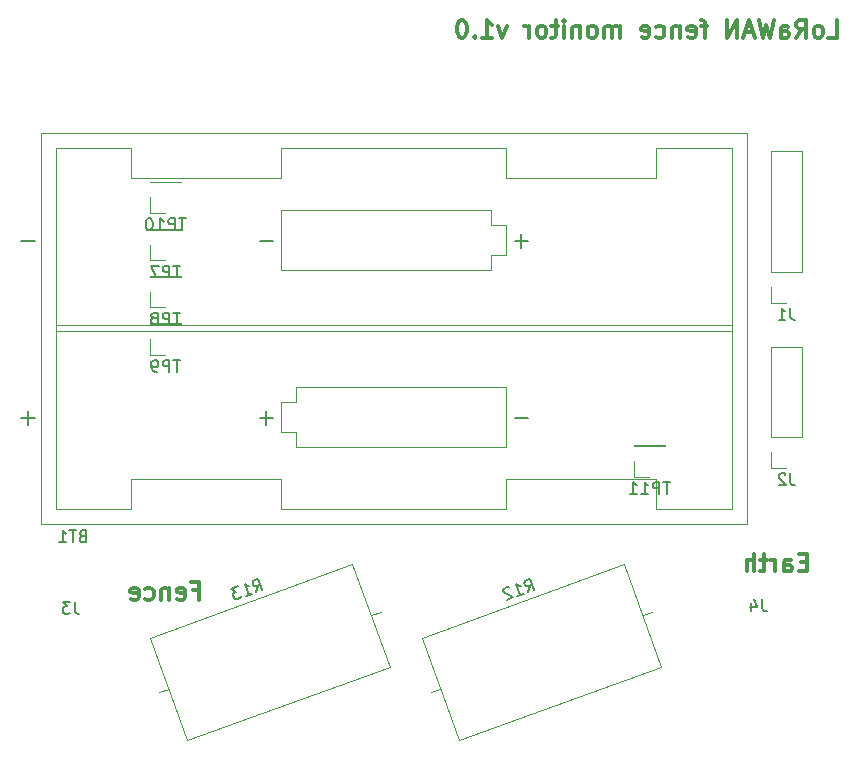
<source format=gbr>
G04 #@! TF.GenerationSoftware,KiCad,Pcbnew,5.1.5*
G04 #@! TF.CreationDate,2020-02-13T13:25:46+01:00*
G04 #@! TF.ProjectId,lora_fence_monitor,6c6f7261-5f66-4656-9e63-655f6d6f6e69,rev?*
G04 #@! TF.SameCoordinates,Original*
G04 #@! TF.FileFunction,Legend,Bot*
G04 #@! TF.FilePolarity,Positive*
%FSLAX46Y46*%
G04 Gerber Fmt 4.6, Leading zero omitted, Abs format (unit mm)*
G04 Created by KiCad (PCBNEW 5.1.5) date 2020-02-13 13:25:46*
%MOMM*%
%LPD*%
G04 APERTURE LIST*
%ADD10C,0.300000*%
%ADD11C,0.120000*%
%ADD12C,0.150000*%
G04 APERTURE END LIST*
D10*
X87792857Y-111692857D02*
X88292857Y-111692857D01*
X88292857Y-112478571D02*
X88292857Y-110978571D01*
X87578571Y-110978571D01*
X86435714Y-112407142D02*
X86578571Y-112478571D01*
X86864285Y-112478571D01*
X87007142Y-112407142D01*
X87078571Y-112264285D01*
X87078571Y-111692857D01*
X87007142Y-111550000D01*
X86864285Y-111478571D01*
X86578571Y-111478571D01*
X86435714Y-111550000D01*
X86364285Y-111692857D01*
X86364285Y-111835714D01*
X87078571Y-111978571D01*
X85721428Y-111478571D02*
X85721428Y-112478571D01*
X85721428Y-111621428D02*
X85650000Y-111550000D01*
X85507142Y-111478571D01*
X85292857Y-111478571D01*
X85150000Y-111550000D01*
X85078571Y-111692857D01*
X85078571Y-112478571D01*
X83721428Y-112407142D02*
X83864285Y-112478571D01*
X84150000Y-112478571D01*
X84292857Y-112407142D01*
X84364285Y-112335714D01*
X84435714Y-112192857D01*
X84435714Y-111764285D01*
X84364285Y-111621428D01*
X84292857Y-111550000D01*
X84150000Y-111478571D01*
X83864285Y-111478571D01*
X83721428Y-111550000D01*
X82507142Y-112407142D02*
X82650000Y-112478571D01*
X82935714Y-112478571D01*
X83078571Y-112407142D01*
X83150000Y-112264285D01*
X83150000Y-111692857D01*
X83078571Y-111550000D01*
X82935714Y-111478571D01*
X82650000Y-111478571D01*
X82507142Y-111550000D01*
X82435714Y-111692857D01*
X82435714Y-111835714D01*
X83150000Y-111978571D01*
X139771428Y-109292857D02*
X139271428Y-109292857D01*
X139057142Y-110078571D02*
X139771428Y-110078571D01*
X139771428Y-108578571D01*
X139057142Y-108578571D01*
X137771428Y-110078571D02*
X137771428Y-109292857D01*
X137842857Y-109150000D01*
X137985714Y-109078571D01*
X138271428Y-109078571D01*
X138414285Y-109150000D01*
X137771428Y-110007142D02*
X137914285Y-110078571D01*
X138271428Y-110078571D01*
X138414285Y-110007142D01*
X138485714Y-109864285D01*
X138485714Y-109721428D01*
X138414285Y-109578571D01*
X138271428Y-109507142D01*
X137914285Y-109507142D01*
X137771428Y-109435714D01*
X137057142Y-110078571D02*
X137057142Y-109078571D01*
X137057142Y-109364285D02*
X136985714Y-109221428D01*
X136914285Y-109150000D01*
X136771428Y-109078571D01*
X136628571Y-109078571D01*
X136342857Y-109078571D02*
X135771428Y-109078571D01*
X136128571Y-108578571D02*
X136128571Y-109864285D01*
X136057142Y-110007142D01*
X135914285Y-110078571D01*
X135771428Y-110078571D01*
X135271428Y-110078571D02*
X135271428Y-108578571D01*
X134628571Y-110078571D02*
X134628571Y-109292857D01*
X134700000Y-109150000D01*
X134842857Y-109078571D01*
X135057142Y-109078571D01*
X135200000Y-109150000D01*
X135271428Y-109221428D01*
X141521428Y-64878571D02*
X142235714Y-64878571D01*
X142235714Y-63378571D01*
X140807142Y-64878571D02*
X140950000Y-64807142D01*
X141021428Y-64735714D01*
X141092857Y-64592857D01*
X141092857Y-64164285D01*
X141021428Y-64021428D01*
X140950000Y-63950000D01*
X140807142Y-63878571D01*
X140592857Y-63878571D01*
X140450000Y-63950000D01*
X140378571Y-64021428D01*
X140307142Y-64164285D01*
X140307142Y-64592857D01*
X140378571Y-64735714D01*
X140450000Y-64807142D01*
X140592857Y-64878571D01*
X140807142Y-64878571D01*
X138807142Y-64878571D02*
X139307142Y-64164285D01*
X139664285Y-64878571D02*
X139664285Y-63378571D01*
X139092857Y-63378571D01*
X138950000Y-63450000D01*
X138878571Y-63521428D01*
X138807142Y-63664285D01*
X138807142Y-63878571D01*
X138878571Y-64021428D01*
X138950000Y-64092857D01*
X139092857Y-64164285D01*
X139664285Y-64164285D01*
X137521428Y-64878571D02*
X137521428Y-64092857D01*
X137592857Y-63950000D01*
X137735714Y-63878571D01*
X138021428Y-63878571D01*
X138164285Y-63950000D01*
X137521428Y-64807142D02*
X137664285Y-64878571D01*
X138021428Y-64878571D01*
X138164285Y-64807142D01*
X138235714Y-64664285D01*
X138235714Y-64521428D01*
X138164285Y-64378571D01*
X138021428Y-64307142D01*
X137664285Y-64307142D01*
X137521428Y-64235714D01*
X136950000Y-63378571D02*
X136592857Y-64878571D01*
X136307142Y-63807142D01*
X136021428Y-64878571D01*
X135664285Y-63378571D01*
X135164285Y-64450000D02*
X134450000Y-64450000D01*
X135307142Y-64878571D02*
X134807142Y-63378571D01*
X134307142Y-64878571D01*
X133807142Y-64878571D02*
X133807142Y-63378571D01*
X132950000Y-64878571D01*
X132950000Y-63378571D01*
X131307142Y-63878571D02*
X130735714Y-63878571D01*
X131092857Y-64878571D02*
X131092857Y-63592857D01*
X131021428Y-63450000D01*
X130878571Y-63378571D01*
X130735714Y-63378571D01*
X129664285Y-64807142D02*
X129807142Y-64878571D01*
X130092857Y-64878571D01*
X130235714Y-64807142D01*
X130307142Y-64664285D01*
X130307142Y-64092857D01*
X130235714Y-63950000D01*
X130092857Y-63878571D01*
X129807142Y-63878571D01*
X129664285Y-63950000D01*
X129592857Y-64092857D01*
X129592857Y-64235714D01*
X130307142Y-64378571D01*
X128950000Y-63878571D02*
X128950000Y-64878571D01*
X128950000Y-64021428D02*
X128878571Y-63950000D01*
X128735714Y-63878571D01*
X128521428Y-63878571D01*
X128378571Y-63950000D01*
X128307142Y-64092857D01*
X128307142Y-64878571D01*
X126950000Y-64807142D02*
X127092857Y-64878571D01*
X127378571Y-64878571D01*
X127521428Y-64807142D01*
X127592857Y-64735714D01*
X127664285Y-64592857D01*
X127664285Y-64164285D01*
X127592857Y-64021428D01*
X127521428Y-63950000D01*
X127378571Y-63878571D01*
X127092857Y-63878571D01*
X126950000Y-63950000D01*
X125735714Y-64807142D02*
X125878571Y-64878571D01*
X126164285Y-64878571D01*
X126307142Y-64807142D01*
X126378571Y-64664285D01*
X126378571Y-64092857D01*
X126307142Y-63950000D01*
X126164285Y-63878571D01*
X125878571Y-63878571D01*
X125735714Y-63950000D01*
X125664285Y-64092857D01*
X125664285Y-64235714D01*
X126378571Y-64378571D01*
X123878571Y-64878571D02*
X123878571Y-63878571D01*
X123878571Y-64021428D02*
X123807142Y-63950000D01*
X123664285Y-63878571D01*
X123450000Y-63878571D01*
X123307142Y-63950000D01*
X123235714Y-64092857D01*
X123235714Y-64878571D01*
X123235714Y-64092857D02*
X123164285Y-63950000D01*
X123021428Y-63878571D01*
X122807142Y-63878571D01*
X122664285Y-63950000D01*
X122592857Y-64092857D01*
X122592857Y-64878571D01*
X121664285Y-64878571D02*
X121807142Y-64807142D01*
X121878571Y-64735714D01*
X121950000Y-64592857D01*
X121950000Y-64164285D01*
X121878571Y-64021428D01*
X121807142Y-63950000D01*
X121664285Y-63878571D01*
X121450000Y-63878571D01*
X121307142Y-63950000D01*
X121235714Y-64021428D01*
X121164285Y-64164285D01*
X121164285Y-64592857D01*
X121235714Y-64735714D01*
X121307142Y-64807142D01*
X121450000Y-64878571D01*
X121664285Y-64878571D01*
X120521428Y-63878571D02*
X120521428Y-64878571D01*
X120521428Y-64021428D02*
X120450000Y-63950000D01*
X120307142Y-63878571D01*
X120092857Y-63878571D01*
X119950000Y-63950000D01*
X119878571Y-64092857D01*
X119878571Y-64878571D01*
X119164285Y-64878571D02*
X119164285Y-63878571D01*
X119164285Y-63378571D02*
X119235714Y-63450000D01*
X119164285Y-63521428D01*
X119092857Y-63450000D01*
X119164285Y-63378571D01*
X119164285Y-63521428D01*
X118664285Y-63878571D02*
X118092857Y-63878571D01*
X118450000Y-63378571D02*
X118450000Y-64664285D01*
X118378571Y-64807142D01*
X118235714Y-64878571D01*
X118092857Y-64878571D01*
X117378571Y-64878571D02*
X117521428Y-64807142D01*
X117592857Y-64735714D01*
X117664285Y-64592857D01*
X117664285Y-64164285D01*
X117592857Y-64021428D01*
X117521428Y-63950000D01*
X117378571Y-63878571D01*
X117164285Y-63878571D01*
X117021428Y-63950000D01*
X116950000Y-64021428D01*
X116878571Y-64164285D01*
X116878571Y-64592857D01*
X116950000Y-64735714D01*
X117021428Y-64807142D01*
X117164285Y-64878571D01*
X117378571Y-64878571D01*
X116235714Y-64878571D02*
X116235714Y-63878571D01*
X116235714Y-64164285D02*
X116164285Y-64021428D01*
X116092857Y-63950000D01*
X115950000Y-63878571D01*
X115807142Y-63878571D01*
X114307142Y-63878571D02*
X113950000Y-64878571D01*
X113592857Y-63878571D01*
X112235714Y-64878571D02*
X113092857Y-64878571D01*
X112664285Y-64878571D02*
X112664285Y-63378571D01*
X112807142Y-63592857D01*
X112950000Y-63735714D01*
X113092857Y-63807142D01*
X111592857Y-64735714D02*
X111521428Y-64807142D01*
X111592857Y-64878571D01*
X111664285Y-64807142D01*
X111592857Y-64735714D01*
X111592857Y-64878571D01*
X110592857Y-63378571D02*
X110450000Y-63378571D01*
X110307142Y-63450000D01*
X110235714Y-63521428D01*
X110164285Y-63664285D01*
X110092857Y-63950000D01*
X110092857Y-64307142D01*
X110164285Y-64592857D01*
X110235714Y-64735714D01*
X110307142Y-64807142D01*
X110450000Y-64878571D01*
X110592857Y-64878571D01*
X110735714Y-64807142D01*
X110807142Y-64735714D01*
X110878571Y-64592857D01*
X110950000Y-64307142D01*
X110950000Y-63950000D01*
X110878571Y-63664285D01*
X110807142Y-63521428D01*
X110735714Y-63450000D01*
X110592857Y-63378571D01*
D11*
X125070000Y-102055000D02*
X126400000Y-102055000D01*
X125070000Y-100725000D02*
X125070000Y-102055000D01*
X125070000Y-99455000D02*
X127730000Y-99455000D01*
X127730000Y-99455000D02*
X127730000Y-99395000D01*
X125070000Y-99455000D02*
X125070000Y-99395000D01*
X125070000Y-99395000D02*
X127730000Y-99395000D01*
X84070000Y-79730000D02*
X85400000Y-79730000D01*
X84070000Y-78400000D02*
X84070000Y-79730000D01*
X84070000Y-77130000D02*
X86730000Y-77130000D01*
X86730000Y-77130000D02*
X86730000Y-77070000D01*
X84070000Y-77130000D02*
X84070000Y-77070000D01*
X84070000Y-77070000D02*
X86730000Y-77070000D01*
X84070000Y-91730000D02*
X85400000Y-91730000D01*
X84070000Y-90400000D02*
X84070000Y-91730000D01*
X84070000Y-89130000D02*
X86730000Y-89130000D01*
X86730000Y-89130000D02*
X86730000Y-89070000D01*
X84070000Y-89130000D02*
X84070000Y-89070000D01*
X84070000Y-89070000D02*
X86730000Y-89070000D01*
X84070000Y-87730000D02*
X85400000Y-87730000D01*
X84070000Y-86400000D02*
X84070000Y-87730000D01*
X84070000Y-85130000D02*
X86730000Y-85130000D01*
X86730000Y-85130000D02*
X86730000Y-85070000D01*
X84070000Y-85130000D02*
X84070000Y-85070000D01*
X84070000Y-85070000D02*
X86730000Y-85070000D01*
X84070000Y-83730000D02*
X85400000Y-83730000D01*
X84070000Y-82400000D02*
X84070000Y-83730000D01*
X84070000Y-81130000D02*
X86730000Y-81130000D01*
X86730000Y-81130000D02*
X86730000Y-81070000D01*
X84070000Y-81130000D02*
X84070000Y-81070000D01*
X84070000Y-81070000D02*
X86730000Y-81070000D01*
X134620000Y-72945000D02*
X134620000Y-106065000D01*
X74910000Y-72945000D02*
X134620000Y-72945000D01*
X74910000Y-106065000D02*
X74910000Y-72945000D01*
X134620000Y-106065000D02*
X74910000Y-106065000D01*
X95225000Y-79470000D02*
X95225000Y-84550000D01*
X95225000Y-84550000D02*
X113005000Y-84550000D01*
X113005000Y-84550000D02*
X113005000Y-83280000D01*
X113005000Y-83280000D02*
X114275000Y-83280000D01*
X114275000Y-83280000D02*
X114275000Y-80740000D01*
X114275000Y-80740000D02*
X113005000Y-80740000D01*
X113005000Y-80740000D02*
X113005000Y-79470000D01*
X113005000Y-79470000D02*
X95225000Y-79470000D01*
X114275000Y-98270000D02*
X114275000Y-94460000D01*
X114275000Y-94460000D02*
X96495000Y-94460000D01*
X96495000Y-94460000D02*
X96495000Y-95730000D01*
X96495000Y-95730000D02*
X95225000Y-95730000D01*
X95225000Y-95730000D02*
X95225000Y-98270000D01*
X95225000Y-98270000D02*
X96495000Y-98270000D01*
X96495000Y-98270000D02*
X96495000Y-99540000D01*
X96495000Y-99540000D02*
X114275000Y-99540000D01*
X114275000Y-99540000D02*
X114275000Y-98270000D01*
X76180000Y-89759000D02*
X133350000Y-89759000D01*
X133350000Y-89251000D02*
X76180000Y-89251000D01*
X95225000Y-76755000D02*
X95225000Y-74215000D01*
X95225000Y-74215000D02*
X114275000Y-74215000D01*
X114275000Y-74215000D02*
X114275000Y-76755000D01*
X126975000Y-102255000D02*
X114275000Y-102255000D01*
X114275000Y-102255000D02*
X114275000Y-104795000D01*
X114275000Y-104795000D02*
X95225000Y-104795000D01*
X95225000Y-104795000D02*
X95225000Y-102255000D01*
X126975000Y-76755000D02*
X114275000Y-76755000D01*
X82525000Y-102255000D02*
X95225000Y-102255000D01*
X82525000Y-102255000D02*
X82525000Y-104795000D01*
X82525000Y-104795000D02*
X76180000Y-104795000D01*
X76180000Y-104795000D02*
X76180000Y-74215000D01*
X76180000Y-74215000D02*
X82525000Y-74215000D01*
X82525000Y-74215000D02*
X82525000Y-76755000D01*
X82525000Y-76755000D02*
X95225000Y-76755000D01*
X133350000Y-104795000D02*
X126975000Y-104795000D01*
X126975000Y-104795000D02*
X126975000Y-102255000D01*
X133350000Y-104795000D02*
X133350000Y-74215000D01*
X133350000Y-74215000D02*
X126975000Y-74215000D01*
X126975000Y-74215000D02*
X126975000Y-76755000D01*
X136670000Y-74510000D02*
X139330000Y-74510000D01*
X136670000Y-84730000D02*
X136670000Y-74510000D01*
X139330000Y-84730000D02*
X139330000Y-74510000D01*
X136670000Y-84730000D02*
X139330000Y-84730000D01*
X136670000Y-86000000D02*
X136670000Y-87330000D01*
X136670000Y-87330000D02*
X138000000Y-87330000D01*
X136670000Y-91050000D02*
X139330000Y-91050000D01*
X136670000Y-98730000D02*
X136670000Y-91050000D01*
X139330000Y-98730000D02*
X139330000Y-91050000D01*
X136670000Y-98730000D02*
X139330000Y-98730000D01*
X136670000Y-100000000D02*
X136670000Y-101330000D01*
X136670000Y-101330000D02*
X138000000Y-101330000D01*
X124249177Y-109448687D02*
X127409443Y-118131446D01*
X127409443Y-118131446D02*
X110269450Y-124369894D01*
X110269450Y-124369894D02*
X107109184Y-115687134D01*
X107109184Y-115687134D02*
X124249177Y-109448687D01*
X126646843Y-113492509D02*
X125829310Y-113790067D01*
X107871784Y-120326071D02*
X108689317Y-120028514D01*
X84871784Y-120326071D02*
X85689317Y-120028514D01*
X103646843Y-113492509D02*
X102829310Y-113790067D01*
X84109184Y-115687134D02*
X101249177Y-109448687D01*
X87269450Y-124369894D02*
X84109184Y-115687134D01*
X104409443Y-118131446D02*
X87269450Y-124369894D01*
X101249177Y-109448687D02*
X104409443Y-118131446D01*
D12*
X135933333Y-112452380D02*
X135933333Y-113166666D01*
X135980952Y-113309523D01*
X136076190Y-113404761D01*
X136219047Y-113452380D01*
X136314285Y-113452380D01*
X135028571Y-112785714D02*
X135028571Y-113452380D01*
X135266666Y-112404761D02*
X135504761Y-113119047D01*
X134885714Y-113119047D01*
X77733333Y-112652380D02*
X77733333Y-113366666D01*
X77780952Y-113509523D01*
X77876190Y-113604761D01*
X78019047Y-113652380D01*
X78114285Y-113652380D01*
X77352380Y-112652380D02*
X76733333Y-112652380D01*
X77066666Y-113033333D01*
X76923809Y-113033333D01*
X76828571Y-113080952D01*
X76780952Y-113128571D01*
X76733333Y-113223809D01*
X76733333Y-113461904D01*
X76780952Y-113557142D01*
X76828571Y-113604761D01*
X76923809Y-113652380D01*
X77209523Y-113652380D01*
X77304761Y-113604761D01*
X77352380Y-113557142D01*
X128138095Y-102507380D02*
X127566666Y-102507380D01*
X127852380Y-103507380D02*
X127852380Y-102507380D01*
X127233333Y-103507380D02*
X127233333Y-102507380D01*
X126852380Y-102507380D01*
X126757142Y-102555000D01*
X126709523Y-102602619D01*
X126661904Y-102697857D01*
X126661904Y-102840714D01*
X126709523Y-102935952D01*
X126757142Y-102983571D01*
X126852380Y-103031190D01*
X127233333Y-103031190D01*
X125709523Y-103507380D02*
X126280952Y-103507380D01*
X125995238Y-103507380D02*
X125995238Y-102507380D01*
X126090476Y-102650238D01*
X126185714Y-102745476D01*
X126280952Y-102793095D01*
X124757142Y-103507380D02*
X125328571Y-103507380D01*
X125042857Y-103507380D02*
X125042857Y-102507380D01*
X125138095Y-102650238D01*
X125233333Y-102745476D01*
X125328571Y-102793095D01*
X87138095Y-80182380D02*
X86566666Y-80182380D01*
X86852380Y-81182380D02*
X86852380Y-80182380D01*
X86233333Y-81182380D02*
X86233333Y-80182380D01*
X85852380Y-80182380D01*
X85757142Y-80230000D01*
X85709523Y-80277619D01*
X85661904Y-80372857D01*
X85661904Y-80515714D01*
X85709523Y-80610952D01*
X85757142Y-80658571D01*
X85852380Y-80706190D01*
X86233333Y-80706190D01*
X84709523Y-81182380D02*
X85280952Y-81182380D01*
X84995238Y-81182380D02*
X84995238Y-80182380D01*
X85090476Y-80325238D01*
X85185714Y-80420476D01*
X85280952Y-80468095D01*
X84090476Y-80182380D02*
X83995238Y-80182380D01*
X83900000Y-80230000D01*
X83852380Y-80277619D01*
X83804761Y-80372857D01*
X83757142Y-80563333D01*
X83757142Y-80801428D01*
X83804761Y-80991904D01*
X83852380Y-81087142D01*
X83900000Y-81134761D01*
X83995238Y-81182380D01*
X84090476Y-81182380D01*
X84185714Y-81134761D01*
X84233333Y-81087142D01*
X84280952Y-80991904D01*
X84328571Y-80801428D01*
X84328571Y-80563333D01*
X84280952Y-80372857D01*
X84233333Y-80277619D01*
X84185714Y-80230000D01*
X84090476Y-80182380D01*
X86661904Y-92182380D02*
X86090476Y-92182380D01*
X86376190Y-93182380D02*
X86376190Y-92182380D01*
X85757142Y-93182380D02*
X85757142Y-92182380D01*
X85376190Y-92182380D01*
X85280952Y-92230000D01*
X85233333Y-92277619D01*
X85185714Y-92372857D01*
X85185714Y-92515714D01*
X85233333Y-92610952D01*
X85280952Y-92658571D01*
X85376190Y-92706190D01*
X85757142Y-92706190D01*
X84709523Y-93182380D02*
X84519047Y-93182380D01*
X84423809Y-93134761D01*
X84376190Y-93087142D01*
X84280952Y-92944285D01*
X84233333Y-92753809D01*
X84233333Y-92372857D01*
X84280952Y-92277619D01*
X84328571Y-92230000D01*
X84423809Y-92182380D01*
X84614285Y-92182380D01*
X84709523Y-92230000D01*
X84757142Y-92277619D01*
X84804761Y-92372857D01*
X84804761Y-92610952D01*
X84757142Y-92706190D01*
X84709523Y-92753809D01*
X84614285Y-92801428D01*
X84423809Y-92801428D01*
X84328571Y-92753809D01*
X84280952Y-92706190D01*
X84233333Y-92610952D01*
X86661904Y-88182380D02*
X86090476Y-88182380D01*
X86376190Y-89182380D02*
X86376190Y-88182380D01*
X85757142Y-89182380D02*
X85757142Y-88182380D01*
X85376190Y-88182380D01*
X85280952Y-88230000D01*
X85233333Y-88277619D01*
X85185714Y-88372857D01*
X85185714Y-88515714D01*
X85233333Y-88610952D01*
X85280952Y-88658571D01*
X85376190Y-88706190D01*
X85757142Y-88706190D01*
X84614285Y-88610952D02*
X84709523Y-88563333D01*
X84757142Y-88515714D01*
X84804761Y-88420476D01*
X84804761Y-88372857D01*
X84757142Y-88277619D01*
X84709523Y-88230000D01*
X84614285Y-88182380D01*
X84423809Y-88182380D01*
X84328571Y-88230000D01*
X84280952Y-88277619D01*
X84233333Y-88372857D01*
X84233333Y-88420476D01*
X84280952Y-88515714D01*
X84328571Y-88563333D01*
X84423809Y-88610952D01*
X84614285Y-88610952D01*
X84709523Y-88658571D01*
X84757142Y-88706190D01*
X84804761Y-88801428D01*
X84804761Y-88991904D01*
X84757142Y-89087142D01*
X84709523Y-89134761D01*
X84614285Y-89182380D01*
X84423809Y-89182380D01*
X84328571Y-89134761D01*
X84280952Y-89087142D01*
X84233333Y-88991904D01*
X84233333Y-88801428D01*
X84280952Y-88706190D01*
X84328571Y-88658571D01*
X84423809Y-88610952D01*
X86661904Y-84182380D02*
X86090476Y-84182380D01*
X86376190Y-85182380D02*
X86376190Y-84182380D01*
X85757142Y-85182380D02*
X85757142Y-84182380D01*
X85376190Y-84182380D01*
X85280952Y-84230000D01*
X85233333Y-84277619D01*
X85185714Y-84372857D01*
X85185714Y-84515714D01*
X85233333Y-84610952D01*
X85280952Y-84658571D01*
X85376190Y-84706190D01*
X85757142Y-84706190D01*
X84852380Y-84182380D02*
X84185714Y-84182380D01*
X84614285Y-85182380D01*
X78385714Y-107088571D02*
X78242857Y-107136190D01*
X78195238Y-107183809D01*
X78147619Y-107279047D01*
X78147619Y-107421904D01*
X78195238Y-107517142D01*
X78242857Y-107564761D01*
X78338095Y-107612380D01*
X78719047Y-107612380D01*
X78719047Y-106612380D01*
X78385714Y-106612380D01*
X78290476Y-106660000D01*
X78242857Y-106707619D01*
X78195238Y-106802857D01*
X78195238Y-106898095D01*
X78242857Y-106993333D01*
X78290476Y-107040952D01*
X78385714Y-107088571D01*
X78719047Y-107088571D01*
X77861904Y-106612380D02*
X77290476Y-106612380D01*
X77576190Y-107612380D02*
X77576190Y-106612380D01*
X76433333Y-107612380D02*
X77004761Y-107612380D01*
X76719047Y-107612380D02*
X76719047Y-106612380D01*
X76814285Y-106755238D01*
X76909523Y-106850476D01*
X77004761Y-106898095D01*
X116116428Y-97107142D02*
X114973571Y-97107142D01*
X94526428Y-97107142D02*
X93383571Y-97107142D01*
X93955000Y-97678571D02*
X93955000Y-96535714D01*
X116116428Y-82117142D02*
X114973571Y-82117142D01*
X115545000Y-82688571D02*
X115545000Y-81545714D01*
X94526428Y-82117142D02*
X93383571Y-82117142D01*
X74361428Y-97107142D02*
X73218571Y-97107142D01*
X73790000Y-97678571D02*
X73790000Y-96535714D01*
X74361428Y-82117142D02*
X73218571Y-82117142D01*
X138333333Y-87782380D02*
X138333333Y-88496666D01*
X138380952Y-88639523D01*
X138476190Y-88734761D01*
X138619047Y-88782380D01*
X138714285Y-88782380D01*
X137333333Y-88782380D02*
X137904761Y-88782380D01*
X137619047Y-88782380D02*
X137619047Y-87782380D01*
X137714285Y-87925238D01*
X137809523Y-88020476D01*
X137904761Y-88068095D01*
X138333333Y-101782380D02*
X138333333Y-102496666D01*
X138380952Y-102639523D01*
X138476190Y-102734761D01*
X138619047Y-102782380D01*
X138714285Y-102782380D01*
X137904761Y-101877619D02*
X137857142Y-101830000D01*
X137761904Y-101782380D01*
X137523809Y-101782380D01*
X137428571Y-101830000D01*
X137380952Y-101877619D01*
X137333333Y-101972857D01*
X137333333Y-102068095D01*
X137380952Y-102210952D01*
X137952380Y-102782380D01*
X137333333Y-102782380D01*
X116095971Y-111833446D02*
X116246335Y-111271967D01*
X116632938Y-111638006D02*
X116290918Y-110698314D01*
X115932940Y-110828607D01*
X115859732Y-110905928D01*
X115831271Y-110966962D01*
X115819098Y-111072743D01*
X115867958Y-111206985D01*
X115945278Y-111280193D01*
X116006312Y-111308653D01*
X116112093Y-111320827D01*
X116470071Y-111190534D01*
X115201026Y-112159180D02*
X115737993Y-111963740D01*
X115469509Y-112061460D02*
X115127489Y-111121767D01*
X115265844Y-111223436D01*
X115387912Y-111280357D01*
X115493693Y-111292531D01*
X114533601Y-111439275D02*
X114472567Y-111410815D01*
X114366786Y-111398641D01*
X114143049Y-111480074D01*
X114069841Y-111557395D01*
X114041381Y-111618429D01*
X114029207Y-111724210D01*
X114061780Y-111813704D01*
X114155387Y-111931660D01*
X114887795Y-112273187D01*
X114306080Y-112484913D01*
X93095971Y-111833446D02*
X93246335Y-111271967D01*
X93632938Y-111638006D02*
X93290918Y-110698314D01*
X92932940Y-110828607D01*
X92859732Y-110905928D01*
X92831271Y-110966962D01*
X92819098Y-111072743D01*
X92867958Y-111206985D01*
X92945278Y-111280193D01*
X93006312Y-111308653D01*
X93112093Y-111320827D01*
X93470071Y-111190534D01*
X92201026Y-112159180D02*
X92737993Y-111963740D01*
X92469509Y-112061460D02*
X92127489Y-111121767D01*
X92265844Y-111223436D01*
X92387912Y-111280357D01*
X92493693Y-111292531D01*
X91545775Y-111333494D02*
X90964060Y-111545221D01*
X91407584Y-111789192D01*
X91273343Y-111838052D01*
X91200135Y-111915373D01*
X91171674Y-111976407D01*
X91159500Y-112082188D01*
X91240934Y-112305924D01*
X91318254Y-112379132D01*
X91379288Y-112407593D01*
X91485069Y-112419767D01*
X91753553Y-112322047D01*
X91826761Y-112244726D01*
X91855221Y-112183692D01*
M02*

</source>
